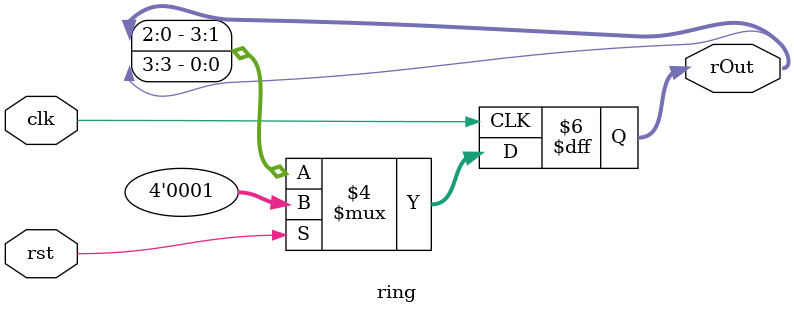
<source format=v>
`timescale 1ns / 1ps


module ring(
    input clk, rst,
    output reg [3:0] rOut
    );
    
    initial rOut = 4'b0001;
    
    always @ (posedge clk)
    begin
        if (rst) rOut = 4'b0001;
        else 
            rOut = {rOut[2:0], rOut[3]};
    
    end
    
endmodule

</source>
